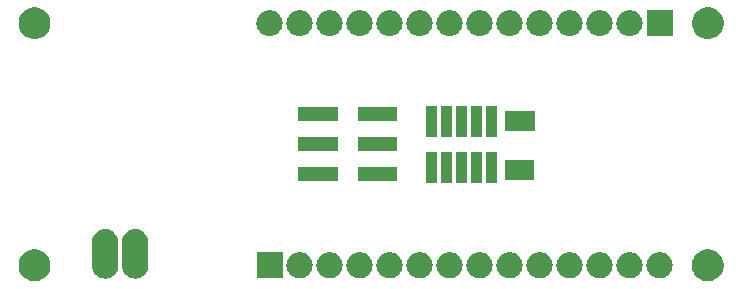
<source format=gbs>
G04 #@! TF.GenerationSoftware,KiCad,Pcbnew,5.1.0-060a0da~80~ubuntu16.04.1*
G04 #@! TF.CreationDate,2019-04-04T13:00:51+02:00*
G04 #@! TF.ProjectId,k2,6b322e6b-6963-4616-945f-706362585858,RevPB*
G04 #@! TF.SameCoordinates,Original*
G04 #@! TF.FileFunction,Soldermask,Bot*
G04 #@! TF.FilePolarity,Negative*
%FSLAX46Y46*%
G04 Gerber Fmt 4.6, Leading zero omitted, Abs format (unit mm)*
G04 Created by KiCad (PCBNEW 5.1.0-060a0da~80~ubuntu16.04.1) date 2019-04-04 13:00:51*
%MOMM*%
%LPD*%
G04 APERTURE LIST*
%ADD10C,0.150000*%
G04 APERTURE END LIST*
D10*
G36*
X168353779Y-103641879D02*
G01*
X168599463Y-103743645D01*
X168599465Y-103743646D01*
X168710769Y-103818017D01*
X168820574Y-103891386D01*
X169008614Y-104079426D01*
X169156355Y-104300537D01*
X169258121Y-104546221D01*
X169310000Y-104807035D01*
X169310000Y-105072965D01*
X169258121Y-105333779D01*
X169233594Y-105392992D01*
X169156354Y-105579465D01*
X169081983Y-105690769D01*
X169008614Y-105800574D01*
X168820574Y-105988614D01*
X168767489Y-106024084D01*
X168599465Y-106136354D01*
X168599464Y-106136355D01*
X168599463Y-106136355D01*
X168353779Y-106238121D01*
X168092965Y-106290000D01*
X167827035Y-106290000D01*
X167566221Y-106238121D01*
X167320537Y-106136355D01*
X167320536Y-106136355D01*
X167320535Y-106136354D01*
X167152511Y-106024084D01*
X167099426Y-105988614D01*
X166911386Y-105800574D01*
X166838017Y-105690769D01*
X166763646Y-105579465D01*
X166686406Y-105392992D01*
X166661879Y-105333779D01*
X166610000Y-105072965D01*
X166610000Y-104807035D01*
X166661879Y-104546221D01*
X166763645Y-104300537D01*
X166911386Y-104079426D01*
X167099426Y-103891386D01*
X167209231Y-103818017D01*
X167320535Y-103743646D01*
X167320537Y-103743645D01*
X167566221Y-103641879D01*
X167827035Y-103590000D01*
X168092965Y-103590000D01*
X168353779Y-103641879D01*
X168353779Y-103641879D01*
G37*
G36*
X111353779Y-103641879D02*
G01*
X111599463Y-103743645D01*
X111599465Y-103743646D01*
X111710769Y-103818017D01*
X111820574Y-103891386D01*
X112008614Y-104079426D01*
X112156355Y-104300537D01*
X112258121Y-104546221D01*
X112310000Y-104807035D01*
X112310000Y-105072965D01*
X112258121Y-105333779D01*
X112233594Y-105392992D01*
X112156354Y-105579465D01*
X112081983Y-105690769D01*
X112008614Y-105800574D01*
X111820574Y-105988614D01*
X111767489Y-106024084D01*
X111599465Y-106136354D01*
X111599464Y-106136355D01*
X111599463Y-106136355D01*
X111353779Y-106238121D01*
X111092965Y-106290000D01*
X110827035Y-106290000D01*
X110566221Y-106238121D01*
X110320537Y-106136355D01*
X110320536Y-106136355D01*
X110320535Y-106136354D01*
X110152511Y-106024084D01*
X110099426Y-105988614D01*
X109911386Y-105800574D01*
X109838017Y-105690769D01*
X109763646Y-105579465D01*
X109686406Y-105392992D01*
X109661879Y-105333779D01*
X109610000Y-105072965D01*
X109610000Y-104807035D01*
X109661879Y-104546221D01*
X109763645Y-104300537D01*
X109911386Y-104079426D01*
X110099426Y-103891386D01*
X110209231Y-103818017D01*
X110320535Y-103743646D01*
X110320537Y-103743645D01*
X110566221Y-103641879D01*
X110827035Y-103590000D01*
X111092965Y-103590000D01*
X111353779Y-103641879D01*
X111353779Y-103641879D01*
G37*
G36*
X117165637Y-101885916D02*
G01*
X117319033Y-101932449D01*
X117372991Y-101948817D01*
X117564079Y-102050955D01*
X117564080Y-102050956D01*
X117564084Y-102050958D01*
X117731581Y-102188419D01*
X117731583Y-102188422D01*
X117869043Y-102355916D01*
X117971183Y-102547008D01*
X117987551Y-102600966D01*
X118034084Y-102754362D01*
X118050000Y-102915964D01*
X118050000Y-105024036D01*
X118034084Y-105185638D01*
X117989145Y-105333779D01*
X117971183Y-105392992D01*
X117869043Y-105584084D01*
X117731581Y-105751581D01*
X117564084Y-105889043D01*
X117372992Y-105991183D01*
X117319034Y-106007551D01*
X117165638Y-106054084D01*
X116950000Y-106075322D01*
X116734363Y-106054084D01*
X116580967Y-106007551D01*
X116527009Y-105991183D01*
X116335917Y-105889043D01*
X116168420Y-105751581D01*
X116030958Y-105584084D01*
X115928818Y-105392992D01*
X115910856Y-105333779D01*
X115865917Y-105185638D01*
X115850001Y-105024036D01*
X115850000Y-102915965D01*
X115865916Y-102754363D01*
X115928816Y-102547013D01*
X115928817Y-102547009D01*
X116030955Y-102355921D01*
X116030956Y-102355920D01*
X116030958Y-102355916D01*
X116168419Y-102188419D01*
X116221354Y-102144977D01*
X116335916Y-102050957D01*
X116527008Y-101948817D01*
X116580966Y-101932449D01*
X116734362Y-101885916D01*
X116950000Y-101864678D01*
X117165637Y-101885916D01*
X117165637Y-101885916D01*
G37*
G36*
X119705637Y-101885916D02*
G01*
X119859033Y-101932449D01*
X119912991Y-101948817D01*
X120104079Y-102050955D01*
X120104080Y-102050956D01*
X120104084Y-102050958D01*
X120271581Y-102188419D01*
X120271583Y-102188422D01*
X120409043Y-102355916D01*
X120511183Y-102547008D01*
X120527551Y-102600966D01*
X120574084Y-102754362D01*
X120590000Y-102915964D01*
X120590000Y-105024036D01*
X120574084Y-105185638D01*
X120529145Y-105333779D01*
X120511183Y-105392992D01*
X120409043Y-105584084D01*
X120271581Y-105751581D01*
X120104084Y-105889043D01*
X119912992Y-105991183D01*
X119859034Y-106007551D01*
X119705638Y-106054084D01*
X119490000Y-106075322D01*
X119274363Y-106054084D01*
X119120967Y-106007551D01*
X119067009Y-105991183D01*
X118875917Y-105889043D01*
X118708420Y-105751581D01*
X118570958Y-105584084D01*
X118468818Y-105392992D01*
X118450856Y-105333779D01*
X118405917Y-105185638D01*
X118390001Y-105024036D01*
X118390000Y-102915965D01*
X118405916Y-102754363D01*
X118468816Y-102547013D01*
X118468817Y-102547009D01*
X118570955Y-102355921D01*
X118570956Y-102355920D01*
X118570958Y-102355916D01*
X118708419Y-102188419D01*
X118761354Y-102144977D01*
X118875916Y-102050957D01*
X119067008Y-101948817D01*
X119120966Y-101932449D01*
X119274362Y-101885916D01*
X119490000Y-101864678D01*
X119705637Y-101885916D01*
X119705637Y-101885916D01*
G37*
G36*
X138614837Y-103847958D02*
G01*
X138695638Y-103855916D01*
X138812568Y-103891387D01*
X138902992Y-103918817D01*
X139094084Y-104020957D01*
X139261581Y-104158419D01*
X139399043Y-104325916D01*
X139501183Y-104517008D01*
X139501184Y-104517012D01*
X139564084Y-104724362D01*
X139585322Y-104940000D01*
X139564084Y-105155638D01*
X139554984Y-105185636D01*
X139501183Y-105362992D01*
X139399043Y-105554084D01*
X139261581Y-105721581D01*
X139094084Y-105859043D01*
X138902992Y-105961183D01*
X138849034Y-105977551D01*
X138695638Y-106024084D01*
X138614837Y-106032042D01*
X138534038Y-106040000D01*
X138425962Y-106040000D01*
X138345163Y-106032042D01*
X138264362Y-106024084D01*
X138110966Y-105977551D01*
X138057008Y-105961183D01*
X137865916Y-105859043D01*
X137698419Y-105721581D01*
X137560957Y-105554084D01*
X137458817Y-105362992D01*
X137405016Y-105185636D01*
X137395916Y-105155638D01*
X137374678Y-104940000D01*
X137395916Y-104724362D01*
X137458816Y-104517012D01*
X137458817Y-104517008D01*
X137560957Y-104325916D01*
X137698419Y-104158419D01*
X137865916Y-104020957D01*
X138057008Y-103918817D01*
X138147432Y-103891387D01*
X138264362Y-103855916D01*
X138345163Y-103847958D01*
X138425962Y-103840000D01*
X138534038Y-103840000D01*
X138614837Y-103847958D01*
X138614837Y-103847958D01*
G37*
G36*
X131960000Y-106040000D02*
G01*
X129760000Y-106040000D01*
X129760000Y-103840000D01*
X131960000Y-103840000D01*
X131960000Y-106040000D01*
X131960000Y-106040000D01*
G37*
G36*
X133534837Y-103847958D02*
G01*
X133615638Y-103855916D01*
X133732568Y-103891387D01*
X133822992Y-103918817D01*
X134014084Y-104020957D01*
X134181581Y-104158419D01*
X134319043Y-104325916D01*
X134421183Y-104517008D01*
X134421184Y-104517012D01*
X134484084Y-104724362D01*
X134505322Y-104940000D01*
X134484084Y-105155638D01*
X134474984Y-105185636D01*
X134421183Y-105362992D01*
X134319043Y-105554084D01*
X134181581Y-105721581D01*
X134014084Y-105859043D01*
X133822992Y-105961183D01*
X133769034Y-105977551D01*
X133615638Y-106024084D01*
X133534837Y-106032042D01*
X133454038Y-106040000D01*
X133345962Y-106040000D01*
X133265163Y-106032042D01*
X133184362Y-106024084D01*
X133030966Y-105977551D01*
X132977008Y-105961183D01*
X132785916Y-105859043D01*
X132618419Y-105721581D01*
X132480957Y-105554084D01*
X132378817Y-105362992D01*
X132325016Y-105185636D01*
X132315916Y-105155638D01*
X132294678Y-104940000D01*
X132315916Y-104724362D01*
X132378816Y-104517012D01*
X132378817Y-104517008D01*
X132480957Y-104325916D01*
X132618419Y-104158419D01*
X132785916Y-104020957D01*
X132977008Y-103918817D01*
X133067432Y-103891387D01*
X133184362Y-103855916D01*
X133265163Y-103847958D01*
X133345962Y-103840000D01*
X133454038Y-103840000D01*
X133534837Y-103847958D01*
X133534837Y-103847958D01*
G37*
G36*
X136074837Y-103847958D02*
G01*
X136155638Y-103855916D01*
X136272568Y-103891387D01*
X136362992Y-103918817D01*
X136554084Y-104020957D01*
X136721581Y-104158419D01*
X136859043Y-104325916D01*
X136961183Y-104517008D01*
X136961184Y-104517012D01*
X137024084Y-104724362D01*
X137045322Y-104940000D01*
X137024084Y-105155638D01*
X137014984Y-105185636D01*
X136961183Y-105362992D01*
X136859043Y-105554084D01*
X136721581Y-105721581D01*
X136554084Y-105859043D01*
X136362992Y-105961183D01*
X136309034Y-105977551D01*
X136155638Y-106024084D01*
X136074837Y-106032042D01*
X135994038Y-106040000D01*
X135885962Y-106040000D01*
X135805163Y-106032042D01*
X135724362Y-106024084D01*
X135570966Y-105977551D01*
X135517008Y-105961183D01*
X135325916Y-105859043D01*
X135158419Y-105721581D01*
X135020957Y-105554084D01*
X134918817Y-105362992D01*
X134865016Y-105185636D01*
X134855916Y-105155638D01*
X134834678Y-104940000D01*
X134855916Y-104724362D01*
X134918816Y-104517012D01*
X134918817Y-104517008D01*
X135020957Y-104325916D01*
X135158419Y-104158419D01*
X135325916Y-104020957D01*
X135517008Y-103918817D01*
X135607432Y-103891387D01*
X135724362Y-103855916D01*
X135805163Y-103847958D01*
X135885962Y-103840000D01*
X135994038Y-103840000D01*
X136074837Y-103847958D01*
X136074837Y-103847958D01*
G37*
G36*
X143694837Y-103847958D02*
G01*
X143775638Y-103855916D01*
X143892568Y-103891387D01*
X143982992Y-103918817D01*
X144174084Y-104020957D01*
X144341581Y-104158419D01*
X144479043Y-104325916D01*
X144581183Y-104517008D01*
X144581184Y-104517012D01*
X144644084Y-104724362D01*
X144665322Y-104940000D01*
X144644084Y-105155638D01*
X144634984Y-105185636D01*
X144581183Y-105362992D01*
X144479043Y-105554084D01*
X144341581Y-105721581D01*
X144174084Y-105859043D01*
X143982992Y-105961183D01*
X143929034Y-105977551D01*
X143775638Y-106024084D01*
X143694837Y-106032042D01*
X143614038Y-106040000D01*
X143505962Y-106040000D01*
X143425163Y-106032042D01*
X143344362Y-106024084D01*
X143190966Y-105977551D01*
X143137008Y-105961183D01*
X142945916Y-105859043D01*
X142778419Y-105721581D01*
X142640957Y-105554084D01*
X142538817Y-105362992D01*
X142485016Y-105185636D01*
X142475916Y-105155638D01*
X142454678Y-104940000D01*
X142475916Y-104724362D01*
X142538816Y-104517012D01*
X142538817Y-104517008D01*
X142640957Y-104325916D01*
X142778419Y-104158419D01*
X142945916Y-104020957D01*
X143137008Y-103918817D01*
X143227432Y-103891387D01*
X143344362Y-103855916D01*
X143425163Y-103847958D01*
X143505962Y-103840000D01*
X143614038Y-103840000D01*
X143694837Y-103847958D01*
X143694837Y-103847958D01*
G37*
G36*
X146234837Y-103847958D02*
G01*
X146315638Y-103855916D01*
X146432568Y-103891387D01*
X146522992Y-103918817D01*
X146714084Y-104020957D01*
X146881581Y-104158419D01*
X147019043Y-104325916D01*
X147121183Y-104517008D01*
X147121184Y-104517012D01*
X147184084Y-104724362D01*
X147205322Y-104940000D01*
X147184084Y-105155638D01*
X147174984Y-105185636D01*
X147121183Y-105362992D01*
X147019043Y-105554084D01*
X146881581Y-105721581D01*
X146714084Y-105859043D01*
X146522992Y-105961183D01*
X146469034Y-105977551D01*
X146315638Y-106024084D01*
X146234837Y-106032042D01*
X146154038Y-106040000D01*
X146045962Y-106040000D01*
X145965163Y-106032042D01*
X145884362Y-106024084D01*
X145730966Y-105977551D01*
X145677008Y-105961183D01*
X145485916Y-105859043D01*
X145318419Y-105721581D01*
X145180957Y-105554084D01*
X145078817Y-105362992D01*
X145025016Y-105185636D01*
X145015916Y-105155638D01*
X144994678Y-104940000D01*
X145015916Y-104724362D01*
X145078816Y-104517012D01*
X145078817Y-104517008D01*
X145180957Y-104325916D01*
X145318419Y-104158419D01*
X145485916Y-104020957D01*
X145677008Y-103918817D01*
X145767432Y-103891387D01*
X145884362Y-103855916D01*
X145965163Y-103847958D01*
X146045962Y-103840000D01*
X146154038Y-103840000D01*
X146234837Y-103847958D01*
X146234837Y-103847958D01*
G37*
G36*
X148774837Y-103847958D02*
G01*
X148855638Y-103855916D01*
X148972568Y-103891387D01*
X149062992Y-103918817D01*
X149254084Y-104020957D01*
X149421581Y-104158419D01*
X149559043Y-104325916D01*
X149661183Y-104517008D01*
X149661184Y-104517012D01*
X149724084Y-104724362D01*
X149745322Y-104940000D01*
X149724084Y-105155638D01*
X149714984Y-105185636D01*
X149661183Y-105362992D01*
X149559043Y-105554084D01*
X149421581Y-105721581D01*
X149254084Y-105859043D01*
X149062992Y-105961183D01*
X149009034Y-105977551D01*
X148855638Y-106024084D01*
X148774837Y-106032042D01*
X148694038Y-106040000D01*
X148585962Y-106040000D01*
X148505163Y-106032042D01*
X148424362Y-106024084D01*
X148270966Y-105977551D01*
X148217008Y-105961183D01*
X148025916Y-105859043D01*
X147858419Y-105721581D01*
X147720957Y-105554084D01*
X147618817Y-105362992D01*
X147565016Y-105185636D01*
X147555916Y-105155638D01*
X147534678Y-104940000D01*
X147555916Y-104724362D01*
X147618816Y-104517012D01*
X147618817Y-104517008D01*
X147720957Y-104325916D01*
X147858419Y-104158419D01*
X148025916Y-104020957D01*
X148217008Y-103918817D01*
X148307432Y-103891387D01*
X148424362Y-103855916D01*
X148505163Y-103847958D01*
X148585962Y-103840000D01*
X148694038Y-103840000D01*
X148774837Y-103847958D01*
X148774837Y-103847958D01*
G37*
G36*
X151314837Y-103847958D02*
G01*
X151395638Y-103855916D01*
X151512568Y-103891387D01*
X151602992Y-103918817D01*
X151794084Y-104020957D01*
X151961581Y-104158419D01*
X152099043Y-104325916D01*
X152201183Y-104517008D01*
X152201184Y-104517012D01*
X152264084Y-104724362D01*
X152285322Y-104940000D01*
X152264084Y-105155638D01*
X152254984Y-105185636D01*
X152201183Y-105362992D01*
X152099043Y-105554084D01*
X151961581Y-105721581D01*
X151794084Y-105859043D01*
X151602992Y-105961183D01*
X151549034Y-105977551D01*
X151395638Y-106024084D01*
X151314837Y-106032042D01*
X151234038Y-106040000D01*
X151125962Y-106040000D01*
X151045163Y-106032042D01*
X150964362Y-106024084D01*
X150810966Y-105977551D01*
X150757008Y-105961183D01*
X150565916Y-105859043D01*
X150398419Y-105721581D01*
X150260957Y-105554084D01*
X150158817Y-105362992D01*
X150105016Y-105185636D01*
X150095916Y-105155638D01*
X150074678Y-104940000D01*
X150095916Y-104724362D01*
X150158816Y-104517012D01*
X150158817Y-104517008D01*
X150260957Y-104325916D01*
X150398419Y-104158419D01*
X150565916Y-104020957D01*
X150757008Y-103918817D01*
X150847432Y-103891387D01*
X150964362Y-103855916D01*
X151045163Y-103847958D01*
X151125962Y-103840000D01*
X151234038Y-103840000D01*
X151314837Y-103847958D01*
X151314837Y-103847958D01*
G37*
G36*
X153854837Y-103847958D02*
G01*
X153935638Y-103855916D01*
X154052568Y-103891387D01*
X154142992Y-103918817D01*
X154334084Y-104020957D01*
X154501581Y-104158419D01*
X154639043Y-104325916D01*
X154741183Y-104517008D01*
X154741184Y-104517012D01*
X154804084Y-104724362D01*
X154825322Y-104940000D01*
X154804084Y-105155638D01*
X154794984Y-105185636D01*
X154741183Y-105362992D01*
X154639043Y-105554084D01*
X154501581Y-105721581D01*
X154334084Y-105859043D01*
X154142992Y-105961183D01*
X154089034Y-105977551D01*
X153935638Y-106024084D01*
X153854837Y-106032042D01*
X153774038Y-106040000D01*
X153665962Y-106040000D01*
X153585163Y-106032042D01*
X153504362Y-106024084D01*
X153350966Y-105977551D01*
X153297008Y-105961183D01*
X153105916Y-105859043D01*
X152938419Y-105721581D01*
X152800957Y-105554084D01*
X152698817Y-105362992D01*
X152645016Y-105185636D01*
X152635916Y-105155638D01*
X152614678Y-104940000D01*
X152635916Y-104724362D01*
X152698816Y-104517012D01*
X152698817Y-104517008D01*
X152800957Y-104325916D01*
X152938419Y-104158419D01*
X153105916Y-104020957D01*
X153297008Y-103918817D01*
X153387432Y-103891387D01*
X153504362Y-103855916D01*
X153585163Y-103847958D01*
X153665962Y-103840000D01*
X153774038Y-103840000D01*
X153854837Y-103847958D01*
X153854837Y-103847958D01*
G37*
G36*
X156394837Y-103847958D02*
G01*
X156475638Y-103855916D01*
X156592568Y-103891387D01*
X156682992Y-103918817D01*
X156874084Y-104020957D01*
X157041581Y-104158419D01*
X157179043Y-104325916D01*
X157281183Y-104517008D01*
X157281184Y-104517012D01*
X157344084Y-104724362D01*
X157365322Y-104940000D01*
X157344084Y-105155638D01*
X157334984Y-105185636D01*
X157281183Y-105362992D01*
X157179043Y-105554084D01*
X157041581Y-105721581D01*
X156874084Y-105859043D01*
X156682992Y-105961183D01*
X156629034Y-105977551D01*
X156475638Y-106024084D01*
X156394837Y-106032042D01*
X156314038Y-106040000D01*
X156205962Y-106040000D01*
X156125163Y-106032042D01*
X156044362Y-106024084D01*
X155890966Y-105977551D01*
X155837008Y-105961183D01*
X155645916Y-105859043D01*
X155478419Y-105721581D01*
X155340957Y-105554084D01*
X155238817Y-105362992D01*
X155185016Y-105185636D01*
X155175916Y-105155638D01*
X155154678Y-104940000D01*
X155175916Y-104724362D01*
X155238816Y-104517012D01*
X155238817Y-104517008D01*
X155340957Y-104325916D01*
X155478419Y-104158419D01*
X155645916Y-104020957D01*
X155837008Y-103918817D01*
X155927432Y-103891387D01*
X156044362Y-103855916D01*
X156125163Y-103847958D01*
X156205962Y-103840000D01*
X156314038Y-103840000D01*
X156394837Y-103847958D01*
X156394837Y-103847958D01*
G37*
G36*
X161474837Y-103847958D02*
G01*
X161555638Y-103855916D01*
X161672568Y-103891387D01*
X161762992Y-103918817D01*
X161954084Y-104020957D01*
X162121581Y-104158419D01*
X162259043Y-104325916D01*
X162361183Y-104517008D01*
X162361184Y-104517012D01*
X162424084Y-104724362D01*
X162445322Y-104940000D01*
X162424084Y-105155638D01*
X162414984Y-105185636D01*
X162361183Y-105362992D01*
X162259043Y-105554084D01*
X162121581Y-105721581D01*
X161954084Y-105859043D01*
X161762992Y-105961183D01*
X161709034Y-105977551D01*
X161555638Y-106024084D01*
X161474837Y-106032042D01*
X161394038Y-106040000D01*
X161285962Y-106040000D01*
X161205163Y-106032042D01*
X161124362Y-106024084D01*
X160970966Y-105977551D01*
X160917008Y-105961183D01*
X160725916Y-105859043D01*
X160558419Y-105721581D01*
X160420957Y-105554084D01*
X160318817Y-105362992D01*
X160265016Y-105185636D01*
X160255916Y-105155638D01*
X160234678Y-104940000D01*
X160255916Y-104724362D01*
X160318816Y-104517012D01*
X160318817Y-104517008D01*
X160420957Y-104325916D01*
X160558419Y-104158419D01*
X160725916Y-104020957D01*
X160917008Y-103918817D01*
X161007432Y-103891387D01*
X161124362Y-103855916D01*
X161205163Y-103847958D01*
X161285962Y-103840000D01*
X161394038Y-103840000D01*
X161474837Y-103847958D01*
X161474837Y-103847958D01*
G37*
G36*
X164014837Y-103847958D02*
G01*
X164095638Y-103855916D01*
X164212568Y-103891387D01*
X164302992Y-103918817D01*
X164494084Y-104020957D01*
X164661581Y-104158419D01*
X164799043Y-104325916D01*
X164901183Y-104517008D01*
X164901184Y-104517012D01*
X164964084Y-104724362D01*
X164985322Y-104940000D01*
X164964084Y-105155638D01*
X164954984Y-105185636D01*
X164901183Y-105362992D01*
X164799043Y-105554084D01*
X164661581Y-105721581D01*
X164494084Y-105859043D01*
X164302992Y-105961183D01*
X164249034Y-105977551D01*
X164095638Y-106024084D01*
X164014837Y-106032042D01*
X163934038Y-106040000D01*
X163825962Y-106040000D01*
X163745163Y-106032042D01*
X163664362Y-106024084D01*
X163510966Y-105977551D01*
X163457008Y-105961183D01*
X163265916Y-105859043D01*
X163098419Y-105721581D01*
X162960957Y-105554084D01*
X162858817Y-105362992D01*
X162805016Y-105185636D01*
X162795916Y-105155638D01*
X162774678Y-104940000D01*
X162795916Y-104724362D01*
X162858816Y-104517012D01*
X162858817Y-104517008D01*
X162960957Y-104325916D01*
X163098419Y-104158419D01*
X163265916Y-104020957D01*
X163457008Y-103918817D01*
X163547432Y-103891387D01*
X163664362Y-103855916D01*
X163745163Y-103847958D01*
X163825962Y-103840000D01*
X163934038Y-103840000D01*
X164014837Y-103847958D01*
X164014837Y-103847958D01*
G37*
G36*
X158934837Y-103847958D02*
G01*
X159015638Y-103855916D01*
X159132568Y-103891387D01*
X159222992Y-103918817D01*
X159414084Y-104020957D01*
X159581581Y-104158419D01*
X159719043Y-104325916D01*
X159821183Y-104517008D01*
X159821184Y-104517012D01*
X159884084Y-104724362D01*
X159905322Y-104940000D01*
X159884084Y-105155638D01*
X159874984Y-105185636D01*
X159821183Y-105362992D01*
X159719043Y-105554084D01*
X159581581Y-105721581D01*
X159414084Y-105859043D01*
X159222992Y-105961183D01*
X159169034Y-105977551D01*
X159015638Y-106024084D01*
X158934837Y-106032042D01*
X158854038Y-106040000D01*
X158745962Y-106040000D01*
X158665163Y-106032042D01*
X158584362Y-106024084D01*
X158430966Y-105977551D01*
X158377008Y-105961183D01*
X158185916Y-105859043D01*
X158018419Y-105721581D01*
X157880957Y-105554084D01*
X157778817Y-105362992D01*
X157725016Y-105185636D01*
X157715916Y-105155638D01*
X157694678Y-104940000D01*
X157715916Y-104724362D01*
X157778816Y-104517012D01*
X157778817Y-104517008D01*
X157880957Y-104325916D01*
X158018419Y-104158419D01*
X158185916Y-104020957D01*
X158377008Y-103918817D01*
X158467432Y-103891387D01*
X158584362Y-103855916D01*
X158665163Y-103847958D01*
X158745962Y-103840000D01*
X158854038Y-103840000D01*
X158934837Y-103847958D01*
X158934837Y-103847958D01*
G37*
G36*
X141154837Y-103847958D02*
G01*
X141235638Y-103855916D01*
X141352568Y-103891387D01*
X141442992Y-103918817D01*
X141634084Y-104020957D01*
X141801581Y-104158419D01*
X141939043Y-104325916D01*
X142041183Y-104517008D01*
X142041184Y-104517012D01*
X142104084Y-104724362D01*
X142125322Y-104940000D01*
X142104084Y-105155638D01*
X142094984Y-105185636D01*
X142041183Y-105362992D01*
X141939043Y-105554084D01*
X141801581Y-105721581D01*
X141634084Y-105859043D01*
X141442992Y-105961183D01*
X141389034Y-105977551D01*
X141235638Y-106024084D01*
X141154837Y-106032042D01*
X141074038Y-106040000D01*
X140965962Y-106040000D01*
X140885163Y-106032042D01*
X140804362Y-106024084D01*
X140650966Y-105977551D01*
X140597008Y-105961183D01*
X140405916Y-105859043D01*
X140238419Y-105721581D01*
X140100957Y-105554084D01*
X139998817Y-105362992D01*
X139945016Y-105185636D01*
X139935916Y-105155638D01*
X139914678Y-104940000D01*
X139935916Y-104724362D01*
X139998816Y-104517012D01*
X139998817Y-104517008D01*
X140100957Y-104325916D01*
X140238419Y-104158419D01*
X140405916Y-104020957D01*
X140597008Y-103918817D01*
X140687432Y-103891387D01*
X140804362Y-103855916D01*
X140885163Y-103847958D01*
X140965962Y-103840000D01*
X141074038Y-103840000D01*
X141154837Y-103847958D01*
X141154837Y-103847958D01*
G37*
G36*
X150110000Y-97940000D02*
G01*
X149170000Y-97940000D01*
X149170000Y-95340000D01*
X150110000Y-95340000D01*
X150110000Y-97940000D01*
X150110000Y-97940000D01*
G37*
G36*
X145030000Y-97940000D02*
G01*
X144090000Y-97940000D01*
X144090000Y-95340000D01*
X145030000Y-95340000D01*
X145030000Y-97940000D01*
X145030000Y-97940000D01*
G37*
G36*
X148840000Y-97940000D02*
G01*
X147900000Y-97940000D01*
X147900000Y-95340000D01*
X148840000Y-95340000D01*
X148840000Y-97940000D01*
X148840000Y-97940000D01*
G37*
G36*
X147570000Y-97940000D02*
G01*
X146630000Y-97940000D01*
X146630000Y-95340000D01*
X147570000Y-95340000D01*
X147570000Y-97940000D01*
X147570000Y-97940000D01*
G37*
G36*
X146300000Y-97940000D02*
G01*
X145360000Y-97940000D01*
X145360000Y-95340000D01*
X146300000Y-95340000D01*
X146300000Y-97940000D01*
X146300000Y-97940000D01*
G37*
G36*
X136640000Y-97830000D02*
G01*
X133290000Y-97830000D01*
X133290000Y-96630000D01*
X136640000Y-96630000D01*
X136640000Y-97830000D01*
X136640000Y-97830000D01*
G37*
G36*
X141690000Y-97830000D02*
G01*
X138340000Y-97830000D01*
X138340000Y-96630000D01*
X141690000Y-96630000D01*
X141690000Y-97830000D01*
X141690000Y-97830000D01*
G37*
G36*
X153280000Y-97700000D02*
G01*
X150780000Y-97700000D01*
X150780000Y-96000000D01*
X153280000Y-96000000D01*
X153280000Y-97700000D01*
X153280000Y-97700000D01*
G37*
G36*
X141690000Y-95290000D02*
G01*
X138340000Y-95290000D01*
X138340000Y-94090000D01*
X141690000Y-94090000D01*
X141690000Y-95290000D01*
X141690000Y-95290000D01*
G37*
G36*
X136640000Y-95290000D02*
G01*
X133290000Y-95290000D01*
X133290000Y-94090000D01*
X136640000Y-94090000D01*
X136640000Y-95290000D01*
X136640000Y-95290000D01*
G37*
G36*
X146300000Y-94040000D02*
G01*
X145360000Y-94040000D01*
X145360000Y-91440000D01*
X146300000Y-91440000D01*
X146300000Y-94040000D01*
X146300000Y-94040000D01*
G37*
G36*
X145030000Y-94040000D02*
G01*
X144090000Y-94040000D01*
X144090000Y-91440000D01*
X145030000Y-91440000D01*
X145030000Y-94040000D01*
X145030000Y-94040000D01*
G37*
G36*
X147570000Y-94040000D02*
G01*
X146630000Y-94040000D01*
X146630000Y-91440000D01*
X147570000Y-91440000D01*
X147570000Y-94040000D01*
X147570000Y-94040000D01*
G37*
G36*
X148840000Y-94040000D02*
G01*
X147900000Y-94040000D01*
X147900000Y-91440000D01*
X148840000Y-91440000D01*
X148840000Y-94040000D01*
X148840000Y-94040000D01*
G37*
G36*
X150110000Y-94040000D02*
G01*
X149170000Y-94040000D01*
X149170000Y-91440000D01*
X150110000Y-91440000D01*
X150110000Y-94040000D01*
X150110000Y-94040000D01*
G37*
G36*
X153300000Y-93600000D02*
G01*
X150800000Y-93600000D01*
X150800000Y-91900000D01*
X153300000Y-91900000D01*
X153300000Y-93600000D01*
X153300000Y-93600000D01*
G37*
G36*
X136640000Y-92750000D02*
G01*
X133290000Y-92750000D01*
X133290000Y-91550000D01*
X136640000Y-91550000D01*
X136640000Y-92750000D01*
X136640000Y-92750000D01*
G37*
G36*
X141690000Y-92750000D02*
G01*
X138340000Y-92750000D01*
X138340000Y-91550000D01*
X141690000Y-91550000D01*
X141690000Y-92750000D01*
X141690000Y-92750000D01*
G37*
G36*
X168363779Y-83141879D02*
G01*
X168609463Y-83243645D01*
X168609465Y-83243646D01*
X168720769Y-83318017D01*
X168830574Y-83391386D01*
X169018614Y-83579426D01*
X169166355Y-83800537D01*
X169268121Y-84046221D01*
X169320000Y-84307035D01*
X169320000Y-84572965D01*
X169268121Y-84833779D01*
X169176867Y-85054084D01*
X169166354Y-85079465D01*
X169018613Y-85300575D01*
X168830575Y-85488613D01*
X168609465Y-85636354D01*
X168609464Y-85636355D01*
X168609463Y-85636355D01*
X168363779Y-85738121D01*
X168102965Y-85790000D01*
X167837035Y-85790000D01*
X167576221Y-85738121D01*
X167330537Y-85636355D01*
X167330536Y-85636355D01*
X167330535Y-85636354D01*
X167109425Y-85488613D01*
X166921387Y-85300575D01*
X166773646Y-85079465D01*
X166763133Y-85054084D01*
X166671879Y-84833779D01*
X166620000Y-84572965D01*
X166620000Y-84307035D01*
X166671879Y-84046221D01*
X166773645Y-83800537D01*
X166921386Y-83579426D01*
X167109426Y-83391386D01*
X167219231Y-83318017D01*
X167330535Y-83243646D01*
X167330537Y-83243645D01*
X167576221Y-83141879D01*
X167837035Y-83090000D01*
X168102965Y-83090000D01*
X168363779Y-83141879D01*
X168363779Y-83141879D01*
G37*
G36*
X111353779Y-83141879D02*
G01*
X111599463Y-83243645D01*
X111599465Y-83243646D01*
X111710769Y-83318017D01*
X111820574Y-83391386D01*
X112008614Y-83579426D01*
X112156355Y-83800537D01*
X112258121Y-84046221D01*
X112310000Y-84307035D01*
X112310000Y-84572965D01*
X112258121Y-84833779D01*
X112166867Y-85054084D01*
X112156354Y-85079465D01*
X112008613Y-85300575D01*
X111820575Y-85488613D01*
X111599465Y-85636354D01*
X111599464Y-85636355D01*
X111599463Y-85636355D01*
X111353779Y-85738121D01*
X111092965Y-85790000D01*
X110827035Y-85790000D01*
X110566221Y-85738121D01*
X110320537Y-85636355D01*
X110320536Y-85636355D01*
X110320535Y-85636354D01*
X110099425Y-85488613D01*
X109911387Y-85300575D01*
X109763646Y-85079465D01*
X109753133Y-85054084D01*
X109661879Y-84833779D01*
X109610000Y-84572965D01*
X109610000Y-84307035D01*
X109661879Y-84046221D01*
X109763645Y-83800537D01*
X109911386Y-83579426D01*
X110099426Y-83391386D01*
X110209231Y-83318017D01*
X110320535Y-83243646D01*
X110320537Y-83243645D01*
X110566221Y-83141879D01*
X110827035Y-83090000D01*
X111092965Y-83090000D01*
X111353779Y-83141879D01*
X111353779Y-83141879D01*
G37*
G36*
X156394837Y-83347958D02*
G01*
X156475638Y-83355916D01*
X156592568Y-83391387D01*
X156682992Y-83418817D01*
X156874084Y-83520957D01*
X157041581Y-83658419D01*
X157179043Y-83825916D01*
X157281183Y-84017008D01*
X157281184Y-84017012D01*
X157344084Y-84224362D01*
X157365322Y-84440000D01*
X157344084Y-84655638D01*
X157297551Y-84809034D01*
X157281183Y-84862992D01*
X157179043Y-85054084D01*
X157041581Y-85221581D01*
X156874084Y-85359043D01*
X156682992Y-85461183D01*
X156629034Y-85477551D01*
X156475638Y-85524084D01*
X156394837Y-85532042D01*
X156314038Y-85540000D01*
X156205962Y-85540000D01*
X156125163Y-85532042D01*
X156044362Y-85524084D01*
X155890966Y-85477551D01*
X155837008Y-85461183D01*
X155645916Y-85359043D01*
X155478419Y-85221581D01*
X155340957Y-85054084D01*
X155238817Y-84862992D01*
X155222449Y-84809034D01*
X155175916Y-84655638D01*
X155154678Y-84440000D01*
X155175916Y-84224362D01*
X155238816Y-84017012D01*
X155238817Y-84017008D01*
X155340957Y-83825916D01*
X155478419Y-83658419D01*
X155645916Y-83520957D01*
X155837008Y-83418817D01*
X155927432Y-83391387D01*
X156044362Y-83355916D01*
X156125163Y-83347958D01*
X156205962Y-83340000D01*
X156314038Y-83340000D01*
X156394837Y-83347958D01*
X156394837Y-83347958D01*
G37*
G36*
X153854837Y-83347958D02*
G01*
X153935638Y-83355916D01*
X154052568Y-83391387D01*
X154142992Y-83418817D01*
X154334084Y-83520957D01*
X154501581Y-83658419D01*
X154639043Y-83825916D01*
X154741183Y-84017008D01*
X154741184Y-84017012D01*
X154804084Y-84224362D01*
X154825322Y-84440000D01*
X154804084Y-84655638D01*
X154757551Y-84809034D01*
X154741183Y-84862992D01*
X154639043Y-85054084D01*
X154501581Y-85221581D01*
X154334084Y-85359043D01*
X154142992Y-85461183D01*
X154089034Y-85477551D01*
X153935638Y-85524084D01*
X153854837Y-85532042D01*
X153774038Y-85540000D01*
X153665962Y-85540000D01*
X153585163Y-85532042D01*
X153504362Y-85524084D01*
X153350966Y-85477551D01*
X153297008Y-85461183D01*
X153105916Y-85359043D01*
X152938419Y-85221581D01*
X152800957Y-85054084D01*
X152698817Y-84862992D01*
X152682449Y-84809034D01*
X152635916Y-84655638D01*
X152614678Y-84440000D01*
X152635916Y-84224362D01*
X152698816Y-84017012D01*
X152698817Y-84017008D01*
X152800957Y-83825916D01*
X152938419Y-83658419D01*
X153105916Y-83520957D01*
X153297008Y-83418817D01*
X153387432Y-83391387D01*
X153504362Y-83355916D01*
X153585163Y-83347958D01*
X153665962Y-83340000D01*
X153774038Y-83340000D01*
X153854837Y-83347958D01*
X153854837Y-83347958D01*
G37*
G36*
X148774837Y-83347958D02*
G01*
X148855638Y-83355916D01*
X148972568Y-83391387D01*
X149062992Y-83418817D01*
X149254084Y-83520957D01*
X149421581Y-83658419D01*
X149559043Y-83825916D01*
X149661183Y-84017008D01*
X149661184Y-84017012D01*
X149724084Y-84224362D01*
X149745322Y-84440000D01*
X149724084Y-84655638D01*
X149677551Y-84809034D01*
X149661183Y-84862992D01*
X149559043Y-85054084D01*
X149421581Y-85221581D01*
X149254084Y-85359043D01*
X149062992Y-85461183D01*
X149009034Y-85477551D01*
X148855638Y-85524084D01*
X148774837Y-85532042D01*
X148694038Y-85540000D01*
X148585962Y-85540000D01*
X148505163Y-85532042D01*
X148424362Y-85524084D01*
X148270966Y-85477551D01*
X148217008Y-85461183D01*
X148025916Y-85359043D01*
X147858419Y-85221581D01*
X147720957Y-85054084D01*
X147618817Y-84862992D01*
X147602449Y-84809034D01*
X147555916Y-84655638D01*
X147534678Y-84440000D01*
X147555916Y-84224362D01*
X147618816Y-84017012D01*
X147618817Y-84017008D01*
X147720957Y-83825916D01*
X147858419Y-83658419D01*
X148025916Y-83520957D01*
X148217008Y-83418817D01*
X148307432Y-83391387D01*
X148424362Y-83355916D01*
X148505163Y-83347958D01*
X148585962Y-83340000D01*
X148694038Y-83340000D01*
X148774837Y-83347958D01*
X148774837Y-83347958D01*
G37*
G36*
X146234837Y-83347958D02*
G01*
X146315638Y-83355916D01*
X146432568Y-83391387D01*
X146522992Y-83418817D01*
X146714084Y-83520957D01*
X146881581Y-83658419D01*
X147019043Y-83825916D01*
X147121183Y-84017008D01*
X147121184Y-84017012D01*
X147184084Y-84224362D01*
X147205322Y-84440000D01*
X147184084Y-84655638D01*
X147137551Y-84809034D01*
X147121183Y-84862992D01*
X147019043Y-85054084D01*
X146881581Y-85221581D01*
X146714084Y-85359043D01*
X146522992Y-85461183D01*
X146469034Y-85477551D01*
X146315638Y-85524084D01*
X146234837Y-85532042D01*
X146154038Y-85540000D01*
X146045962Y-85540000D01*
X145965163Y-85532042D01*
X145884362Y-85524084D01*
X145730966Y-85477551D01*
X145677008Y-85461183D01*
X145485916Y-85359043D01*
X145318419Y-85221581D01*
X145180957Y-85054084D01*
X145078817Y-84862992D01*
X145062449Y-84809034D01*
X145015916Y-84655638D01*
X144994678Y-84440000D01*
X145015916Y-84224362D01*
X145078816Y-84017012D01*
X145078817Y-84017008D01*
X145180957Y-83825916D01*
X145318419Y-83658419D01*
X145485916Y-83520957D01*
X145677008Y-83418817D01*
X145767432Y-83391387D01*
X145884362Y-83355916D01*
X145965163Y-83347958D01*
X146045962Y-83340000D01*
X146154038Y-83340000D01*
X146234837Y-83347958D01*
X146234837Y-83347958D01*
G37*
G36*
X143694837Y-83347958D02*
G01*
X143775638Y-83355916D01*
X143892568Y-83391387D01*
X143982992Y-83418817D01*
X144174084Y-83520957D01*
X144341581Y-83658419D01*
X144479043Y-83825916D01*
X144581183Y-84017008D01*
X144581184Y-84017012D01*
X144644084Y-84224362D01*
X144665322Y-84440000D01*
X144644084Y-84655638D01*
X144597551Y-84809034D01*
X144581183Y-84862992D01*
X144479043Y-85054084D01*
X144341581Y-85221581D01*
X144174084Y-85359043D01*
X143982992Y-85461183D01*
X143929034Y-85477551D01*
X143775638Y-85524084D01*
X143694837Y-85532042D01*
X143614038Y-85540000D01*
X143505962Y-85540000D01*
X143425163Y-85532042D01*
X143344362Y-85524084D01*
X143190966Y-85477551D01*
X143137008Y-85461183D01*
X142945916Y-85359043D01*
X142778419Y-85221581D01*
X142640957Y-85054084D01*
X142538817Y-84862992D01*
X142522449Y-84809034D01*
X142475916Y-84655638D01*
X142454678Y-84440000D01*
X142475916Y-84224362D01*
X142538816Y-84017012D01*
X142538817Y-84017008D01*
X142640957Y-83825916D01*
X142778419Y-83658419D01*
X142945916Y-83520957D01*
X143137008Y-83418817D01*
X143227432Y-83391387D01*
X143344362Y-83355916D01*
X143425163Y-83347958D01*
X143505962Y-83340000D01*
X143614038Y-83340000D01*
X143694837Y-83347958D01*
X143694837Y-83347958D01*
G37*
G36*
X141154837Y-83347958D02*
G01*
X141235638Y-83355916D01*
X141352568Y-83391387D01*
X141442992Y-83418817D01*
X141634084Y-83520957D01*
X141801581Y-83658419D01*
X141939043Y-83825916D01*
X142041183Y-84017008D01*
X142041184Y-84017012D01*
X142104084Y-84224362D01*
X142125322Y-84440000D01*
X142104084Y-84655638D01*
X142057551Y-84809034D01*
X142041183Y-84862992D01*
X141939043Y-85054084D01*
X141801581Y-85221581D01*
X141634084Y-85359043D01*
X141442992Y-85461183D01*
X141389034Y-85477551D01*
X141235638Y-85524084D01*
X141154837Y-85532042D01*
X141074038Y-85540000D01*
X140965962Y-85540000D01*
X140885163Y-85532042D01*
X140804362Y-85524084D01*
X140650966Y-85477551D01*
X140597008Y-85461183D01*
X140405916Y-85359043D01*
X140238419Y-85221581D01*
X140100957Y-85054084D01*
X139998817Y-84862992D01*
X139982449Y-84809034D01*
X139935916Y-84655638D01*
X139914678Y-84440000D01*
X139935916Y-84224362D01*
X139998816Y-84017012D01*
X139998817Y-84017008D01*
X140100957Y-83825916D01*
X140238419Y-83658419D01*
X140405916Y-83520957D01*
X140597008Y-83418817D01*
X140687432Y-83391387D01*
X140804362Y-83355916D01*
X140885163Y-83347958D01*
X140965962Y-83340000D01*
X141074038Y-83340000D01*
X141154837Y-83347958D01*
X141154837Y-83347958D01*
G37*
G36*
X138614837Y-83347958D02*
G01*
X138695638Y-83355916D01*
X138812568Y-83391387D01*
X138902992Y-83418817D01*
X139094084Y-83520957D01*
X139261581Y-83658419D01*
X139399043Y-83825916D01*
X139501183Y-84017008D01*
X139501184Y-84017012D01*
X139564084Y-84224362D01*
X139585322Y-84440000D01*
X139564084Y-84655638D01*
X139517551Y-84809034D01*
X139501183Y-84862992D01*
X139399043Y-85054084D01*
X139261581Y-85221581D01*
X139094084Y-85359043D01*
X138902992Y-85461183D01*
X138849034Y-85477551D01*
X138695638Y-85524084D01*
X138614837Y-85532042D01*
X138534038Y-85540000D01*
X138425962Y-85540000D01*
X138345163Y-85532042D01*
X138264362Y-85524084D01*
X138110966Y-85477551D01*
X138057008Y-85461183D01*
X137865916Y-85359043D01*
X137698419Y-85221581D01*
X137560957Y-85054084D01*
X137458817Y-84862992D01*
X137442449Y-84809034D01*
X137395916Y-84655638D01*
X137374678Y-84440000D01*
X137395916Y-84224362D01*
X137458816Y-84017012D01*
X137458817Y-84017008D01*
X137560957Y-83825916D01*
X137698419Y-83658419D01*
X137865916Y-83520957D01*
X138057008Y-83418817D01*
X138147432Y-83391387D01*
X138264362Y-83355916D01*
X138345163Y-83347958D01*
X138425962Y-83340000D01*
X138534038Y-83340000D01*
X138614837Y-83347958D01*
X138614837Y-83347958D01*
G37*
G36*
X136074837Y-83347958D02*
G01*
X136155638Y-83355916D01*
X136272568Y-83391387D01*
X136362992Y-83418817D01*
X136554084Y-83520957D01*
X136721581Y-83658419D01*
X136859043Y-83825916D01*
X136961183Y-84017008D01*
X136961184Y-84017012D01*
X137024084Y-84224362D01*
X137045322Y-84440000D01*
X137024084Y-84655638D01*
X136977551Y-84809034D01*
X136961183Y-84862992D01*
X136859043Y-85054084D01*
X136721581Y-85221581D01*
X136554084Y-85359043D01*
X136362992Y-85461183D01*
X136309034Y-85477551D01*
X136155638Y-85524084D01*
X136074837Y-85532042D01*
X135994038Y-85540000D01*
X135885962Y-85540000D01*
X135805163Y-85532042D01*
X135724362Y-85524084D01*
X135570966Y-85477551D01*
X135517008Y-85461183D01*
X135325916Y-85359043D01*
X135158419Y-85221581D01*
X135020957Y-85054084D01*
X134918817Y-84862992D01*
X134902449Y-84809034D01*
X134855916Y-84655638D01*
X134834678Y-84440000D01*
X134855916Y-84224362D01*
X134918816Y-84017012D01*
X134918817Y-84017008D01*
X135020957Y-83825916D01*
X135158419Y-83658419D01*
X135325916Y-83520957D01*
X135517008Y-83418817D01*
X135607432Y-83391387D01*
X135724362Y-83355916D01*
X135805163Y-83347958D01*
X135885962Y-83340000D01*
X135994038Y-83340000D01*
X136074837Y-83347958D01*
X136074837Y-83347958D01*
G37*
G36*
X133534837Y-83347958D02*
G01*
X133615638Y-83355916D01*
X133732568Y-83391387D01*
X133822992Y-83418817D01*
X134014084Y-83520957D01*
X134181581Y-83658419D01*
X134319043Y-83825916D01*
X134421183Y-84017008D01*
X134421184Y-84017012D01*
X134484084Y-84224362D01*
X134505322Y-84440000D01*
X134484084Y-84655638D01*
X134437551Y-84809034D01*
X134421183Y-84862992D01*
X134319043Y-85054084D01*
X134181581Y-85221581D01*
X134014084Y-85359043D01*
X133822992Y-85461183D01*
X133769034Y-85477551D01*
X133615638Y-85524084D01*
X133534837Y-85532042D01*
X133454038Y-85540000D01*
X133345962Y-85540000D01*
X133265163Y-85532042D01*
X133184362Y-85524084D01*
X133030966Y-85477551D01*
X132977008Y-85461183D01*
X132785916Y-85359043D01*
X132618419Y-85221581D01*
X132480957Y-85054084D01*
X132378817Y-84862992D01*
X132362449Y-84809034D01*
X132315916Y-84655638D01*
X132294678Y-84440000D01*
X132315916Y-84224362D01*
X132378816Y-84017012D01*
X132378817Y-84017008D01*
X132480957Y-83825916D01*
X132618419Y-83658419D01*
X132785916Y-83520957D01*
X132977008Y-83418817D01*
X133067432Y-83391387D01*
X133184362Y-83355916D01*
X133265163Y-83347958D01*
X133345962Y-83340000D01*
X133454038Y-83340000D01*
X133534837Y-83347958D01*
X133534837Y-83347958D01*
G37*
G36*
X130994837Y-83347958D02*
G01*
X131075638Y-83355916D01*
X131192568Y-83391387D01*
X131282992Y-83418817D01*
X131474084Y-83520957D01*
X131641581Y-83658419D01*
X131779043Y-83825916D01*
X131881183Y-84017008D01*
X131881184Y-84017012D01*
X131944084Y-84224362D01*
X131965322Y-84440000D01*
X131944084Y-84655638D01*
X131897551Y-84809034D01*
X131881183Y-84862992D01*
X131779043Y-85054084D01*
X131641581Y-85221581D01*
X131474084Y-85359043D01*
X131282992Y-85461183D01*
X131229034Y-85477551D01*
X131075638Y-85524084D01*
X130994837Y-85532042D01*
X130914038Y-85540000D01*
X130805962Y-85540000D01*
X130725163Y-85532042D01*
X130644362Y-85524084D01*
X130490966Y-85477551D01*
X130437008Y-85461183D01*
X130245916Y-85359043D01*
X130078419Y-85221581D01*
X129940957Y-85054084D01*
X129838817Y-84862992D01*
X129822449Y-84809034D01*
X129775916Y-84655638D01*
X129754678Y-84440000D01*
X129775916Y-84224362D01*
X129838816Y-84017012D01*
X129838817Y-84017008D01*
X129940957Y-83825916D01*
X130078419Y-83658419D01*
X130245916Y-83520957D01*
X130437008Y-83418817D01*
X130527432Y-83391387D01*
X130644362Y-83355916D01*
X130725163Y-83347958D01*
X130805962Y-83340000D01*
X130914038Y-83340000D01*
X130994837Y-83347958D01*
X130994837Y-83347958D01*
G37*
G36*
X158934837Y-83347958D02*
G01*
X159015638Y-83355916D01*
X159132568Y-83391387D01*
X159222992Y-83418817D01*
X159414084Y-83520957D01*
X159581581Y-83658419D01*
X159719043Y-83825916D01*
X159821183Y-84017008D01*
X159821184Y-84017012D01*
X159884084Y-84224362D01*
X159905322Y-84440000D01*
X159884084Y-84655638D01*
X159837551Y-84809034D01*
X159821183Y-84862992D01*
X159719043Y-85054084D01*
X159581581Y-85221581D01*
X159414084Y-85359043D01*
X159222992Y-85461183D01*
X159169034Y-85477551D01*
X159015638Y-85524084D01*
X158934837Y-85532042D01*
X158854038Y-85540000D01*
X158745962Y-85540000D01*
X158665163Y-85532042D01*
X158584362Y-85524084D01*
X158430966Y-85477551D01*
X158377008Y-85461183D01*
X158185916Y-85359043D01*
X158018419Y-85221581D01*
X157880957Y-85054084D01*
X157778817Y-84862992D01*
X157762449Y-84809034D01*
X157715916Y-84655638D01*
X157694678Y-84440000D01*
X157715916Y-84224362D01*
X157778816Y-84017012D01*
X157778817Y-84017008D01*
X157880957Y-83825916D01*
X158018419Y-83658419D01*
X158185916Y-83520957D01*
X158377008Y-83418817D01*
X158467432Y-83391387D01*
X158584362Y-83355916D01*
X158665163Y-83347958D01*
X158745962Y-83340000D01*
X158854038Y-83340000D01*
X158934837Y-83347958D01*
X158934837Y-83347958D01*
G37*
G36*
X161474837Y-83347958D02*
G01*
X161555638Y-83355916D01*
X161672568Y-83391387D01*
X161762992Y-83418817D01*
X161954084Y-83520957D01*
X162121581Y-83658419D01*
X162259043Y-83825916D01*
X162361183Y-84017008D01*
X162361184Y-84017012D01*
X162424084Y-84224362D01*
X162445322Y-84440000D01*
X162424084Y-84655638D01*
X162377551Y-84809034D01*
X162361183Y-84862992D01*
X162259043Y-85054084D01*
X162121581Y-85221581D01*
X161954084Y-85359043D01*
X161762992Y-85461183D01*
X161709034Y-85477551D01*
X161555638Y-85524084D01*
X161474837Y-85532042D01*
X161394038Y-85540000D01*
X161285962Y-85540000D01*
X161205163Y-85532042D01*
X161124362Y-85524084D01*
X160970966Y-85477551D01*
X160917008Y-85461183D01*
X160725916Y-85359043D01*
X160558419Y-85221581D01*
X160420957Y-85054084D01*
X160318817Y-84862992D01*
X160302449Y-84809034D01*
X160255916Y-84655638D01*
X160234678Y-84440000D01*
X160255916Y-84224362D01*
X160318816Y-84017012D01*
X160318817Y-84017008D01*
X160420957Y-83825916D01*
X160558419Y-83658419D01*
X160725916Y-83520957D01*
X160917008Y-83418817D01*
X161007432Y-83391387D01*
X161124362Y-83355916D01*
X161205163Y-83347958D01*
X161285962Y-83340000D01*
X161394038Y-83340000D01*
X161474837Y-83347958D01*
X161474837Y-83347958D01*
G37*
G36*
X164980000Y-85540000D02*
G01*
X162780000Y-85540000D01*
X162780000Y-83340000D01*
X164980000Y-83340000D01*
X164980000Y-85540000D01*
X164980000Y-85540000D01*
G37*
G36*
X151314837Y-83347958D02*
G01*
X151395638Y-83355916D01*
X151512568Y-83391387D01*
X151602992Y-83418817D01*
X151794084Y-83520957D01*
X151961581Y-83658419D01*
X152099043Y-83825916D01*
X152201183Y-84017008D01*
X152201184Y-84017012D01*
X152264084Y-84224362D01*
X152285322Y-84440000D01*
X152264084Y-84655638D01*
X152217551Y-84809034D01*
X152201183Y-84862992D01*
X152099043Y-85054084D01*
X151961581Y-85221581D01*
X151794084Y-85359043D01*
X151602992Y-85461183D01*
X151549034Y-85477551D01*
X151395638Y-85524084D01*
X151314837Y-85532042D01*
X151234038Y-85540000D01*
X151125962Y-85540000D01*
X151045163Y-85532042D01*
X150964362Y-85524084D01*
X150810966Y-85477551D01*
X150757008Y-85461183D01*
X150565916Y-85359043D01*
X150398419Y-85221581D01*
X150260957Y-85054084D01*
X150158817Y-84862992D01*
X150142449Y-84809034D01*
X150095916Y-84655638D01*
X150074678Y-84440000D01*
X150095916Y-84224362D01*
X150158816Y-84017012D01*
X150158817Y-84017008D01*
X150260957Y-83825916D01*
X150398419Y-83658419D01*
X150565916Y-83520957D01*
X150757008Y-83418817D01*
X150847432Y-83391387D01*
X150964362Y-83355916D01*
X151045163Y-83347958D01*
X151125962Y-83340000D01*
X151234038Y-83340000D01*
X151314837Y-83347958D01*
X151314837Y-83347958D01*
G37*
M02*

</source>
